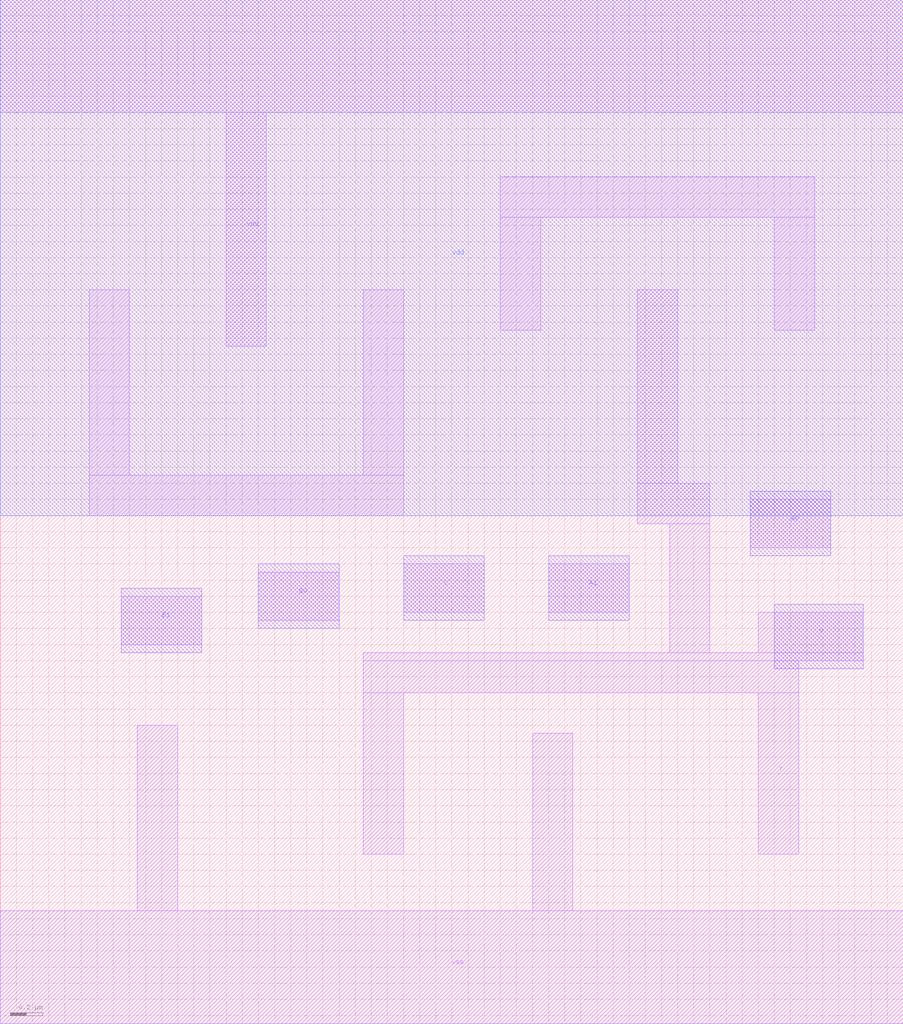
<source format=lef>
VERSION 5.7 ;
  NOWIREEXTENSIONATPIN ON ;
  DIVIDERCHAR "/" ;
  BUSBITCHARS "[]" ;
MACRO gf180mcu_gp9t3v3__aoi221_1
  CLASS BLOCK ;
  FOREIGN gf180mcu_gp9t3v3__aoi221_1 ;
  ORIGIN 0.300 0.250 ;
  SIZE 5.600 BY 6.350 ;
  PIN A0
    DIRECTION INPUT ;
    USE SIGNAL ;
    ANTENNAGATEAREA 0.765000 ;
    PORT
      LAYER Metal1 ;
        RECT 4.350 2.700 4.850 3.000 ;
      LAYER Metal2 ;
        RECT 4.350 2.650 4.850 3.050 ;
    END
  END A0
  PIN A1
    DIRECTION INPUT ;
    USE SIGNAL ;
    ANTENNAGATEAREA 0.765000 ;
    PORT
      LAYER Metal1 ;
        RECT 3.100 2.300 3.600 2.600 ;
      LAYER Metal2 ;
        RECT 3.100 2.250 3.600 2.650 ;
    END
  END A1
  PIN B0
    DIRECTION INPUT ;
    USE SIGNAL ;
    ANTENNAGATEAREA 0.765000 ;
    PORT
      LAYER Metal1 ;
        RECT 1.300 2.250 1.800 2.550 ;
      LAYER Metal2 ;
        RECT 1.300 2.200 1.800 2.600 ;
    END
  END B0
  PIN B1
    DIRECTION INPUT ;
    USE SIGNAL ;
    ANTENNAGATEAREA 0.765000 ;
    PORT
      LAYER Metal1 ;
        RECT 0.450 2.100 0.950 2.400 ;
      LAYER Metal2 ;
        RECT 0.450 2.050 0.950 2.450 ;
    END
  END B1
  PIN C
    DIRECTION INPUT ;
    USE SIGNAL ;
    ANTENNAGATEAREA 0.765000 ;
    PORT
      LAYER Metal1 ;
        RECT 2.200 2.300 2.700 2.600 ;
      LAYER Metal2 ;
        RECT 2.200 2.250 2.700 2.650 ;
    END
  END C
  PIN Y
    DIRECTION OUTPUT ;
    USE SIGNAL ;
    ANTENNADIFFAREA 1.912500 ;
    PORT
      LAYER Metal1 ;
        RECT 3.650 3.100 3.900 4.300 ;
        RECT 3.650 2.850 4.100 3.100 ;
        RECT 3.850 2.050 4.100 2.850 ;
        RECT 4.400 2.050 5.050 2.300 ;
        RECT 1.950 2.000 5.050 2.050 ;
        RECT 1.950 1.800 4.650 2.000 ;
        RECT 1.950 0.800 2.200 1.800 ;
        RECT 4.400 0.800 4.650 1.800 ;
      LAYER Metal2 ;
        RECT 4.500 1.950 5.050 2.350 ;
    END
  END Y
  PIN vdd
    DIRECTION INOUT ;
    USE POWER ;
    SHAPE ABUTMENT ;
    PORT
      LAYER Nwell ;
        RECT -0.300 2.900 5.300 6.100 ;
      LAYER Metal1 ;
        RECT -0.300 5.400 5.300 6.100 ;
        RECT 1.100 3.950 1.350 5.400 ;
    END
  END vdd
  PIN vss
    DIRECTION INOUT ;
    USE GROUND ;
    SHAPE ABUTMENT ;
    PORT
      LAYER Metal1 ;
        RECT 0.550 0.450 0.800 1.600 ;
        RECT 3.000 0.450 3.250 1.550 ;
        RECT -0.300 -0.250 5.300 0.450 ;
    END
  END vss
  OBS
      LAYER Metal1 ;
        RECT 2.800 4.750 4.750 5.000 ;
        RECT 0.250 3.150 0.500 4.300 ;
        RECT 1.950 3.150 2.200 4.300 ;
        RECT 2.800 4.050 3.050 4.750 ;
        RECT 4.500 4.050 4.750 4.750 ;
        RECT 0.250 2.900 2.200 3.150 ;
  END
END gf180mcu_gp9t3v3__aoi221_1
END LIBRARY


</source>
